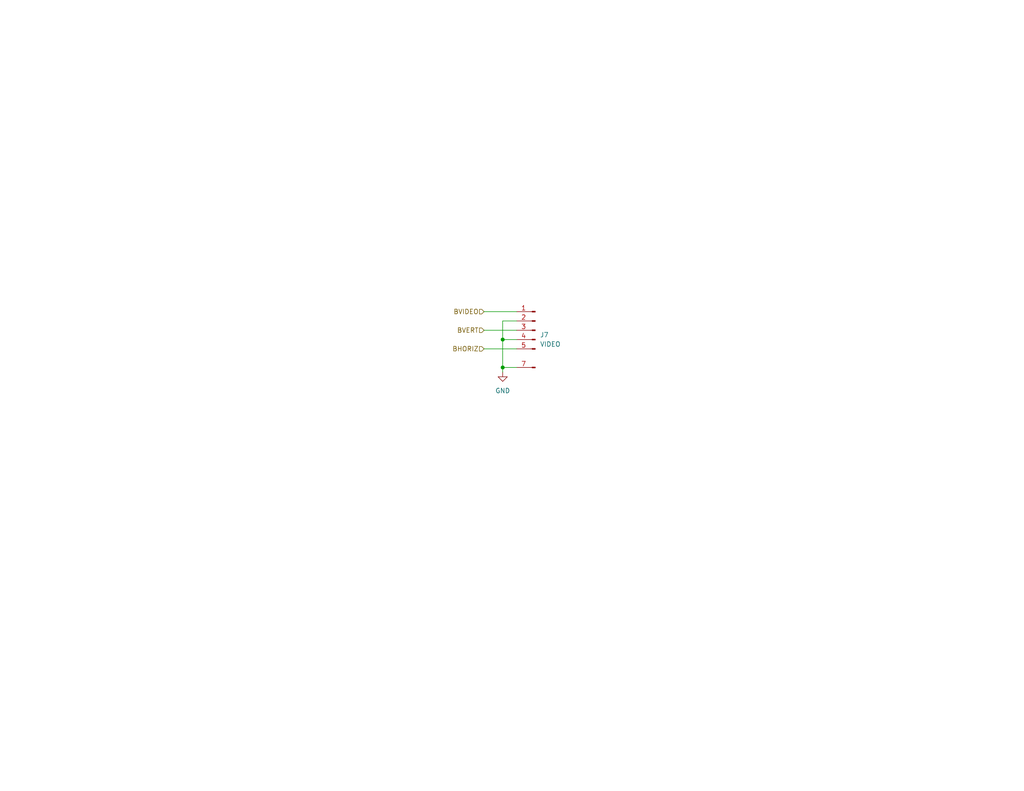
<source format=kicad_sch>
(kicad_sch (version 20231120) (generator "eeschema") (generator_version "8.0")
  (paper "A")
  (title_block (title "EconoPET 40/8096") (date "2023-10-01") (rev "A"))
  (lib_symbols
    (symbol "EconoPET:CBM_PET_VIDEO_Conn_Keyed" (pin_names (offset 1.016) hide)
      (property "Reference" "J" (at -1.27 1.2701 0))
      (property "Value" "VIDEO" (at -1.27 -1.2699 0))
      (symbol "CBM_PET_VIDEO_Conn_Keyed_1_1"
        (polyline (pts (xy 1.27 -7.62) (xy 0.8636 -7.62)) (stroke (width 0.1524)))
        (polyline (pts (xy 1.27 -2.54) (xy 0.8636 -2.54)) (stroke (width 0.1524)))
        (polyline (pts (xy 1.27 0) (xy 0.8636 0)) (stroke (width 0.1524)))
        (polyline (pts (xy 1.27 2.54) (xy 0.8636 2.54)) (stroke (width 0.1524)))
        (polyline (pts (xy 1.27 5.08) (xy 0.8636 5.08)) (stroke (width 0.1524)))
        (polyline (pts (xy 1.27 7.62) (xy 0.8636 7.62)) (stroke (width 0.1524)))
        (rectangle (start 0.8636 -7.493) (end 0 -7.747) (stroke (width 0.1524)) (fill (type outline)))
        (rectangle (start 0.8636 -2.413) (end 0 -2.667) (stroke (width 0.1524)) (fill (type outline)))
        (rectangle (start 0.8636 0.127) (end 0 -0.127) (stroke (width 0.1524)) (fill (type outline)))
        (rectangle (start 0.8636 2.667) (end 0 2.413) (stroke (width 0.1524)) (fill (type outline)))
        (rectangle (start 0.8636 5.207) (end 0 4.953) (stroke (width 0.1524)) (fill (type outline)))
        (rectangle (start 0.8636 7.747) (end 0 7.493) (stroke (width 0.1524)) (fill (type outline)))
        (pin passive line (at 5.08 7.62 180) (length 3.81) (name "GND") (number "1"))
        (pin passive line (at 5.08 5.08 180) (length 3.81) (name "GND") (number "2"))
        (pin passive line (at 5.08 2.54 180) (length 3.81) (name "VERT") (number "3"))
        (pin passive line (at 5.08 0 180) (length 3.81) (name "GND") (number "4"))
        (pin passive line (at 5.08 -2.54 180) (length 3.81) (name "HORIZ") (number "5"))
        (pin passive line (at 5.08 -7.62 180) (length 3.81) (name "VIDEO") (number "7"))
      )
    )
    (symbol "power:GND" (power) (pin_numbers hide) (pin_names (offset 0) hide)
      (property "Value" "GND" (at 0 -3.81 0))
      (symbol "GND_0_1"
        (polyline (pts (xy 0 0) (xy 0 -1.27) (xy 1.27 -1.27) (xy 0 -2.54) (xy -1.27 -1.27) (xy 0 -1.27)))
      )
      (symbol "GND_1_1"
        (pin power_in line (at 0 0 270) (length 0) (name "~") (number "1"))
      )
    )
  )
  (junction (at 137.16 92.71))
  (junction (at 137.16 100.33))
  (wire (pts (xy 137.16 92.71) (xy 137.16 100.33)))
  (wire (pts (xy 137.16 92.71) (xy 140.97 92.71)))
  (wire (pts (xy 137.16 87.63) (xy 137.16 92.71)))
  (wire (pts (xy 137.16 100.33) (xy 140.97 100.33)))
  (wire (pts (xy 132.08 95.25) (xy 140.97 95.25)))
  (wire (pts (xy 132.08 85.09) (xy 140.97 85.09)))
  (wire (pts (xy 140.97 87.63) (xy 137.16 87.63)))
  (wire (pts (xy 132.08 90.17) (xy 140.97 90.17)))
  (wire (pts (xy 137.16 100.33) (xy 137.16 101.6)))
  (hierarchical_label "BHORIZ" (shape input) (at 132.08 95.25 180))
  (hierarchical_label "BVIDEO" (shape input) (at 132.08 85.09 180))
  (hierarchical_label "BVERT" (shape input) (at 132.08 90.17 180))
  (symbol (lib_id "power:GND") (at 137.16 101.6 0) (unit 1)
    (property "Reference" "#PWR0145" (effects (hide yes)))
    (property "Value" "GND" (at 137.16 106.68 0))
    (property "Description" "Power symbol creates a global label with name \"GND\" , ground" (effects (hide yes)))
  )
  (symbol (lib_id "EconoPET:CBM_PET_VIDEO_Conn_Keyed") (at 146.05 92.71 0) (mirror y) (unit 1)
    (property "Reference" "J7" (at 147.32 91.4399 0) (effects (justify right)))
    (property "Value" "VIDEO" (at 147.32 93.9799 0) (effects (justify right)))
    (property "Footprint" "PET:PET_Video" (effects (hide yes)))
    (property "MOUSER" "649-1012937893603BLF" (effects (hide yes)))
  )
)
</source>
